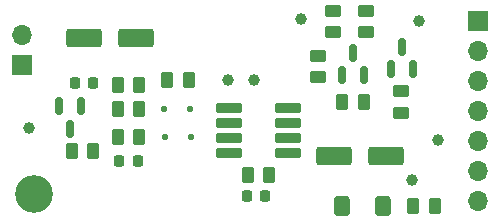
<source format=gbr>
%TF.GenerationSoftware,KiCad,Pcbnew,8.0.7*%
%TF.CreationDate,2025-01-02T14:00:47+01:00*%
%TF.ProjectId,av-to-minitel,61762d74-6f2d-46d6-996e-6974656c2e6b,v0.1*%
%TF.SameCoordinates,Original*%
%TF.FileFunction,Soldermask,Top*%
%TF.FilePolarity,Negative*%
%FSLAX46Y46*%
G04 Gerber Fmt 4.6, Leading zero omitted, Abs format (unit mm)*
G04 Created by KiCad (PCBNEW 8.0.7) date 2025-01-02 14:00:47*
%MOMM*%
%LPD*%
G01*
G04 APERTURE LIST*
G04 Aperture macros list*
%AMRoundRect*
0 Rectangle with rounded corners*
0 $1 Rounding radius*
0 $2 $3 $4 $5 $6 $7 $8 $9 X,Y pos of 4 corners*
0 Add a 4 corners polygon primitive as box body*
4,1,4,$2,$3,$4,$5,$6,$7,$8,$9,$2,$3,0*
0 Add four circle primitives for the rounded corners*
1,1,$1+$1,$2,$3*
1,1,$1+$1,$4,$5*
1,1,$1+$1,$6,$7*
1,1,$1+$1,$8,$9*
0 Add four rect primitives between the rounded corners*
20,1,$1+$1,$2,$3,$4,$5,0*
20,1,$1+$1,$4,$5,$6,$7,0*
20,1,$1+$1,$6,$7,$8,$9,0*
20,1,$1+$1,$8,$9,$2,$3,0*%
G04 Aperture macros list end*
%ADD10RoundRect,0.125000X0.125000X0.125000X-0.125000X0.125000X-0.125000X-0.125000X0.125000X-0.125000X0*%
%ADD11RoundRect,0.225000X-0.225000X-0.250000X0.225000X-0.250000X0.225000X0.250000X-0.225000X0.250000X0*%
%ADD12RoundRect,0.250000X0.262500X0.450000X-0.262500X0.450000X-0.262500X-0.450000X0.262500X-0.450000X0*%
%ADD13RoundRect,0.150000X0.150000X-0.587500X0.150000X0.587500X-0.150000X0.587500X-0.150000X-0.587500X0*%
%ADD14RoundRect,0.100500X-0.986500X-0.301500X0.986500X-0.301500X0.986500X0.301500X-0.986500X0.301500X0*%
%ADD15C,1.000000*%
%ADD16R,1.700000X1.700000*%
%ADD17O,1.700000X1.700000*%
%ADD18RoundRect,0.250000X1.250000X0.550000X-1.250000X0.550000X-1.250000X-0.550000X1.250000X-0.550000X0*%
%ADD19C,3.200000*%
%ADD20RoundRect,0.250000X-0.262500X-0.450000X0.262500X-0.450000X0.262500X0.450000X-0.262500X0.450000X0*%
%ADD21RoundRect,0.250000X0.450000X-0.262500X0.450000X0.262500X-0.450000X0.262500X-0.450000X-0.262500X0*%
%ADD22RoundRect,0.250000X0.400000X0.600000X-0.400000X0.600000X-0.400000X-0.600000X0.400000X-0.600000X0*%
%ADD23RoundRect,0.250000X-0.450000X0.262500X-0.450000X-0.262500X0.450000X-0.262500X0.450000X0.262500X0*%
%ADD24RoundRect,0.150000X-0.150000X0.587500X-0.150000X-0.587500X0.150000X-0.587500X0.150000X0.587500X0*%
G04 APERTURE END LIST*
D10*
%TO.C,D3*%
X109700000Y-86000000D03*
X107500000Y-86000000D03*
%TD*%
%TO.C,D2*%
X109600000Y-83600000D03*
X107400000Y-83600000D03*
%TD*%
D11*
%TO.C,C4*%
X103625000Y-88000000D03*
X105175000Y-88000000D03*
%TD*%
D12*
%TO.C,R11*%
X109512500Y-81200000D03*
X107687500Y-81200000D03*
%TD*%
%TO.C,R10*%
X116312500Y-89200000D03*
X114487500Y-89200000D03*
%TD*%
D13*
%TO.C,Q3*%
X123400000Y-78862500D03*
X122450000Y-80737500D03*
X124350000Y-80737500D03*
%TD*%
D14*
%TO.C,U1*%
X112930000Y-83495000D03*
X112930000Y-84765000D03*
X112930000Y-86035000D03*
X112930000Y-87305000D03*
X117870000Y-87305000D03*
X117870000Y-86035000D03*
X117870000Y-84765000D03*
X117870000Y-83495000D03*
%TD*%
D15*
%TO.C,TP3*%
X115000000Y-81200000D03*
%TD*%
%TO.C,TP6*%
X130600000Y-86200000D03*
%TD*%
D16*
%TO.C,J2*%
X134025000Y-76175000D03*
D17*
X134025000Y-78715000D03*
X134025000Y-81255000D03*
X134025000Y-83795000D03*
X134025000Y-86335000D03*
X134025000Y-88875000D03*
X134025000Y-91415000D03*
%TD*%
D12*
%TO.C,R8*%
X124312500Y-83000000D03*
X122487500Y-83000000D03*
%TD*%
D11*
%TO.C,C5*%
X114425000Y-91000000D03*
X115975000Y-91000000D03*
%TD*%
D18*
%TO.C,C3*%
X105000000Y-77600000D03*
X100600000Y-77600000D03*
%TD*%
D16*
%TO.C,J1*%
X95375000Y-79875000D03*
D17*
X95375000Y-77335000D03*
%TD*%
D15*
%TO.C,TP1*%
X128400000Y-89600000D03*
%TD*%
D11*
%TO.C,C2*%
X99825000Y-81400000D03*
X101375000Y-81400000D03*
%TD*%
D12*
%TO.C,R1*%
X130312500Y-91800000D03*
X128487500Y-91800000D03*
%TD*%
D19*
%TO.C,REF\u002A\u002A*%
X96400000Y-90800000D03*
%TD*%
D20*
%TO.C,R2*%
X99575000Y-87200000D03*
X101400000Y-87200000D03*
%TD*%
D21*
%TO.C,R7*%
X120400000Y-80912500D03*
X120400000Y-79087500D03*
%TD*%
D22*
%TO.C,D1*%
X125950000Y-91800000D03*
X122450000Y-91800000D03*
%TD*%
D23*
%TO.C,R4*%
X124475000Y-75287500D03*
X124475000Y-77112500D03*
%TD*%
%TO.C,R9*%
X127475000Y-82087500D03*
X127475000Y-83912500D03*
%TD*%
%TO.C,R3*%
X121675000Y-75287500D03*
X121675000Y-77112500D03*
%TD*%
D15*
%TO.C,TP5*%
X129000000Y-76175000D03*
%TD*%
D12*
%TO.C,R6*%
X105312500Y-86000000D03*
X103487500Y-86000000D03*
%TD*%
D15*
%TO.C,TP2*%
X119000000Y-76000000D03*
%TD*%
D12*
%TO.C,R5*%
X105312500Y-83600000D03*
X103487500Y-83600000D03*
%TD*%
D24*
%TO.C,Q1*%
X99450000Y-85275000D03*
X100400000Y-83400000D03*
X98500000Y-83400000D03*
%TD*%
D15*
%TO.C,TP7*%
X96000000Y-85200000D03*
%TD*%
D12*
%TO.C,R12*%
X105312500Y-81600000D03*
X103487500Y-81600000D03*
%TD*%
D18*
%TO.C,C1*%
X126200000Y-87600000D03*
X121800000Y-87600000D03*
%TD*%
D13*
%TO.C,Q2*%
X127537500Y-78325000D03*
X126587500Y-80200000D03*
X128487500Y-80200000D03*
%TD*%
D15*
%TO.C,TP4*%
X112800000Y-81200000D03*
%TD*%
M02*

</source>
